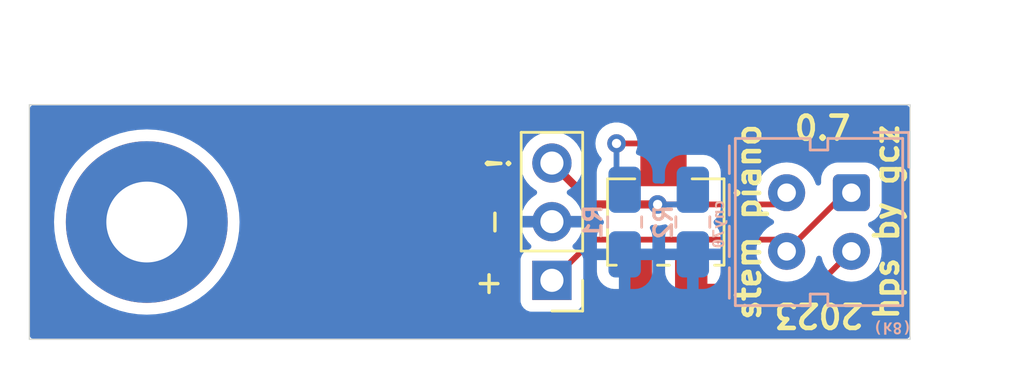
<source format=kicad_pcb>
(kicad_pcb (version 20240108) (generator "pcbnew") (generator_version "8.0")
  (layers (0 "F.Cu" signal) (31 "B.Cu" signal) (34 "B.Paste" user) (35 "F.Paste" user) (36 "B.SilkS" user "B.Silkscreen") (37 "F.SilkS" user "F.Silkscreen") (38 "B.Mask" user) (39 "F.Mask" user) (44 "Edge.Cuts" user))
  (net 0 "")
  (net 1 "GND")
  (net 2 "Net-(R1-Pad1)")
  (net 4 "Net-(U1-K)")
  (net 5 "Net-(J1-Pin_1)")
  (net 6 "Net-(J1-Pin_3)")
  (footprint "MountingHole:MountingHole_3.5mm_Pad_TopBottom" (layer "F.Cu") (at 109.474 96.535)
    (property "Reference" "H0" (hide yes))
    (property "Value" "MountingHole" (hide yes))
    (pad "1" thru_hole circle (at 0 0) (size 3.9 3.9) (drill 3.5) (layers "*.Cu" "*.Mask"))
    (pad "1" connect circle (at 0 0) (size 7 7) (layers "F.Cu" "F.Mask"))
    (pad "1" connect circle (at 0 0) (size 7 7) (layers "B.Cu" "B.Mask"))
  )
  (footprint "Connector_PinHeader_2.54mm:PinHeader_1x03_P2.54mm_Vertical" (layer "F.Cu") (at 127 99.06 180)
    (property "Reference" "J1" (hide yes))
    (property "Value" "Conn_01x03_Pin")
    (fp_line (start 1.33 1.27) (end 1.33 6.41) (stroke (width 0.12)) (layer "F.SilkS"))
    (fp_line (start -1.33 6.41) (end 1.33 6.41) (stroke (width 0.12)) (layer "F.SilkS"))
    (fp_line (start -1.33 1.27) (end 1.33 1.27) (stroke (width 0.12)) (layer "F.SilkS"))
    (fp_line (start -1.33 1.27) (end -1.33 6.41) (stroke (width 0.12)) (layer "F.SilkS"))
    (fp_line (start -1.33 0) (end -1.33 -1.33) (stroke (width 0.12)) (layer "F.SilkS"))
    (fp_line (start -1.33 -1.33) (end 0 -1.33) (stroke (width 0.12)) (layer "F.SilkS"))
    (pad "1" thru_hole rect (at 0 0 180) (size 1.7 1.7) (drill 1) (layers "*.Cu" "*.Mask") (net 5 "Net-(J1-Pin_1)"))
    (pad "2" thru_hole oval (at 0 2.54 180) (size 1.7 1.7) (drill 1) (layers "*.Cu" "*.Mask") (net 1 "GND"))
    (pad "3" thru_hole oval (at 0 5.08 180) (size 1.7 1.7) (drill 1) (layers "*.Cu" "*.Mask") (net 6 "Net-(J1-Pin_3)"))
  )
  (footprint "stem_piano_footprints:Bourns_3224X_Vertical_bigpads" (layer "F.Cu") (at 131.826 96.535 180)
    (property "Reference" "RV0" (hide yes))
    (property "Value" "R_Potentiometer_Trim" (hide yes))
    (fp_line (start 2.42 -1.87) (end 2.42 1.87) (stroke (width 0.12)) (layer "F.SilkS"))
    (fp_line (start 2.04 -1.87) (end 2.42 -1.87) (stroke (width 0.12)) (layer "F.SilkS"))
    (fp_line (start 1.24 1.87) (end 2.42 1.87) (stroke (width 0.12)) (layer "F.SilkS"))
    (fp_line (start -0.26 -1.87) (end 0.26 -1.87) (stroke (width 0.12)) (layer "F.SilkS"))
    (fp_line (start -2.59 -1.87) (end -2.21 -1.87) (stroke (width 0.12)) (layer "F.SilkS"))
    (fp_line (start -2.62 1.87) (end -1.24 1.87) (stroke (width 0.12)) (layer "F.SilkS"))
    (fp_line (start -2.62 -1.87) (end -2.62 1.87) (stroke (width 0.12)) (layer "F.SilkS"))
    (pad "1" smd rect (at 1.2 -2.8 180) (size 1.4 2.5) (layers "F.Cu" "F.Paste" "F.Mask"))
    (pad "2" smd rect (at 0 2.8 180) (size 2 2.5) (layers "F.Cu" "F.Paste" "F.Mask") (net 2 "Net-(R1-Pad1)"))
    (pad "3" smd rect (at -1.2 -2.8 180) (size 1.4 2.5) (layers "F.Cu" "F.Paste" "F.Mask") (net 4 "Net-(U1-K)"))
  )
  (footprint "stem_piano_footprints:Vishay_CNY70" (layer "B.Cu") (at 139.954 95.265 180)
    (property "Reference" "U1" (hide yes))
    (property "Value" "CNY70")
    (fp_line (start 5.28 -4.57) (end 5.28 2.03) (stroke (width 0.12) (type dash)) (layer "B.SilkS"))
    (fp_line (start 5.02 2.35) (end 5.02 -4.89) (stroke (width 0.12)) (layer "B.SilkS"))
    (fp_line (start 5.02 2.35) (end 1.78 2.35) (stroke (width 0.12)) (layer "B.SilkS"))
    (fp_line (start 5.02 -4.89) (end 1.78 -4.89) (stroke (width 0.12)) (layer "B.SilkS"))
    (fp_line (start 1.78 2.35) (end 1.78 1.85) (stroke (width 0.12)) (layer "B.SilkS"))
    (fp_line (start 1.78 1.85) (end 1.02 1.85) (stroke (width 0.12)) (layer "B.SilkS"))
    (fp_line (start 1.78 -4.39) (end 1.78 -4.89) (stroke (width 0.12)) (layer "B.SilkS"))
    (fp_line (start 1.02 1.85) (end 1.02 2.35) (stroke (width 0.12)) (layer "B.SilkS"))
    (fp_line (start 1.02 -4.39) (end 1.78 -4.39) (stroke (width 0.12)) (layer "B.SilkS"))
    (fp_line (start 1.02 -4.89) (end 1.02 -4.39) (stroke (width 0.12)) (layer "B.SilkS"))
    (fp_line (start -0.98 2.61) (end -2.48 2.61) (stroke (width 0.12)) (layer "B.SilkS"))
    (fp_line (start -2.22 2.35) (end 1.02 2.35) (stroke (width 0.12)) (layer "B.SilkS"))
    (fp_line (start -2.22 -4.89) (end 1.02 -4.89) (stroke (width 0.12)) (layer "B.SilkS"))
    (fp_line (start -2.22 -4.89) (end -2.22 2.35) (stroke (width 0.12)) (layer "B.SilkS"))
    (fp_line (start -2.48 1.11) (end -2.48 2.61) (stroke (width 0.12)) (layer "B.SilkS"))
    (pad "1" thru_hole roundrect (at 0 0 180) (size 1.6 1.6) (drill 0.8) (layers "*.Cu" "*.Mask") (roundrect_rratio 0.156) (net 5 "Net-(J1-Pin_1)"))
    (pad "2" thru_hole circle (at 0 -2.54 180) (size 1.6 1.6) (drill 0.8) (layers "*.Cu" "*.Mask") (net 4 "Net-(U1-K)"))
    (pad "3" thru_hole circle (at 2.8 -2.54 180) (size 1.6 1.6) (drill 0.8) (layers "*.Cu" "*.Mask") (net 5 "Net-(J1-Pin_1)"))
    (pad "4" thru_hole circle (at 2.8 0 180) (size 1.6 1.6) (drill 0.8) (layers "*.Cu" "*.Mask") (net 6 "Net-(J1-Pin_3)"))
  )
  (footprint "stem_piano_footprints:R_0805_2012_1.20x1.40mm_bigpad" (layer "B.Cu") (at 130.146 96.535 -90)
    (property "Reference" "R1" (at 0 1.368 90) (layer "B.SilkS") (effects (font (size 0.75 0.75)) (justify mirror)))
    (property "Value" "Resistor")
    (fp_line (start 0.227064 0.735) (end -0.227064 0.735) (stroke (width 0.12)) (layer "B.SilkS"))
    (fp_line (start 0.227064 -0.735) (end -0.227064 -0.735) (stroke (width 0.12)) (layer "B.SilkS"))
    (pad "1" smd roundrect (at -1.4 0 270) (size 2 1.4) (layers "B.Cu" "B.Paste" "B.Mask") (roundrect_rratio 0.208) (net 2 "Net-(R1-Pad1)"))
    (pad "2" smd roundrect (at 1.4 0 270) (size 2 1.4) (layers "B.Cu" "B.Paste" "B.Mask") (roundrect_rratio 0.208) (net 1 "GND"))
  )
  (footprint "stem_piano_footprints:R_0805_2012_1.20x1.40mm_bigpad" (layer "B.Cu") (at 133.096 96.535 -90)
    (property "Reference" "R2" (at 0 1.27 90) (layer "B.SilkS") (effects (font (size 0.75 0.75)) (justify mirror)))
    (property "Value" "Resistor")
    (fp_line (start 0.227064 0.735) (end -0.227064 0.735) (stroke (width 0.12)) (layer "B.SilkS"))
    (fp_line (start 0.227064 -0.735) (end -0.227064 -0.735) (stroke (width 0.12)) (layer "B.SilkS"))
    (pad "1" smd roundrect (at -1.4 0 270) (size 2 1.4) (layers "B.Cu" "B.Paste" "B.Mask") (roundrect_rratio 0.208) (net 6 "Net-(J1-Pin_3)"))
    (pad "2" smd roundrect (at 1.4 0 270) (size 2 1.4) (layers "B.Cu" "B.Paste" "B.Mask") (roundrect_rratio 0.208) (net 1 "GND"))
  )
  (gr_line (start 104.394 101.615) (end 142.494 101.615) (stroke (width 0.05)) (layer "Edge.Cuts"))
  (gr_line (start 142.494 91.455) (end 104.394 91.455) (stroke (width 0.05)) (layer "Edge.Cuts"))
  (gr_line (start 104.394 91.455) (end 104.394 101.615) (stroke (width 0.05)) (layer "Edge.Cuts"))
  (gr_line (start 142.494 91.455) (end 142.494 101.615) (stroke (width 0.05)) (layer "Edge.Cuts"))
  (gr_text "cny70" (at 134.239 96.6216 90) (layer "B.SilkS") (effects (font (size 0.5 0.5) (thickness 0.1) (bold yes)) (justify mirror)))
  (gr_text "(k8)" (at 141.732 101.092 180) (layer "B.SilkS") (effects (font (size 0.5 0.5) (thickness 0.1) (bold yes)) (justify mirror)))
  (gr_text "0.7" (at 138.7094 92.471 0) (layer "F.SilkS") (effects (font (size 1 1) (thickness 0.2))))
  (gr_text "-" (at 124.46 96.535 90) (layer "F.SilkS") (effects (font (size 1 1))))
  (gr_text "stem piano" (at 135.509 96.535 90) (layer "F.SilkS") (effects (font (size 1 1) (thickness 0.2))))
  (gr_text "!" (at 124.714 93.995 90) (layer "F.SilkS") (effects (font (size 1 1))))
  (gr_text "2023" (at 138.557 100.5736 180) (layer "F.SilkS") (effects (font (size 1 1) (thickness 0.2))))
  (gr_text "hps by gcz" (at 141.478 96.535 90) (layer "F.SilkS") (effects (font (size 1 1) (thickness 0.2))))
  (gr_text "+" (at 124.206 99.202 90) (layer "F.SilkS") (effects (font (size 1 1))))
  (segment (start 129.794 93.1314) (end 131.2224 93.1314) (width 0.25) (layer "F.Cu") (net 2))
  (via (at 129.794 93.1314) (size 0.8) (drill 0.4) (layers "F.Cu" "B.Cu") (net 2))
  (segment (start 129.794 93.1314) (end 129.794 94.783) (width 0.25) (layer "B.Cu") (net 2))
  (segment (start 129.794 94.783) (end 130.146 95.135) (width 0.25) (layer "B.Cu") (net 2))
  (segment (start 133.026 99.335) (end 138.424 99.335) (width 0.25) (layer "F.Cu") (net 4))
  (segment (start 138.424 99.335) (end 139.954 97.805) (width 0.25) (layer "F.Cu") (net 4))
  (segment (start 128.778 97.297) (end 136.646 97.297) (width 0.25) (layer "F.Cu") (net 5))
  (segment (start 136.646 97.297) (end 137.154 97.805) (width 0.25) (layer "F.Cu") (net 5))
  (segment (start 139.694 95.265) (end 139.954 95.265) (width 0.25) (layer "F.Cu") (net 5))
  (segment (start 127.015 99.06) (end 128.778 97.297) (width 0.25) (layer "F.Cu") (net 5))
  (segment (start 137.154 97.805) (end 139.694 95.265) (width 0.25) (layer "F.Cu") (net 5))
  (segment (start 131.572 95.773) (end 136.646 95.773) (width 0.25) (layer "F.Cu") (net 6))
  (segment (start 136.646 95.773) (end 137.154 95.265) (width 0.25) (layer "F.Cu") (net 6))
  (segment (start 128.793 95.773) (end 131.572 95.773) (width 0.35) (layer "F.Cu") (net 6))
  (segment (start 127 93.98) (end 128.793 95.773) (width 0.35) (layer "F.Cu") (net 6))
  (via (at 131.572 95.773) (size 0.8) (drill 0.4) (layers "F.Cu" "B.Cu") (net 6))
  (segment (start 131.572 95.773) (end 132.458 95.773) (width 0.25) (layer "B.Cu") (net 6))
  (segment (start 132.458 95.773) (end 133.096 95.135) (width 0.25) (layer "B.Cu") (net 6))
  (zone (net 1) (net_name "GND") (layer "B.Cu") (connect_pads (clearance 0.508)) (min_thickness 0.25) (fill yes (thermal_gap 0.5) (thermal_bridge_width 0.5))
    (polygon (pts (xy 103.124 90.185) (xy 146.304 90.185) (xy 146.304 102.885) (xy 103.124 102.885)))
  )
)
</source>
